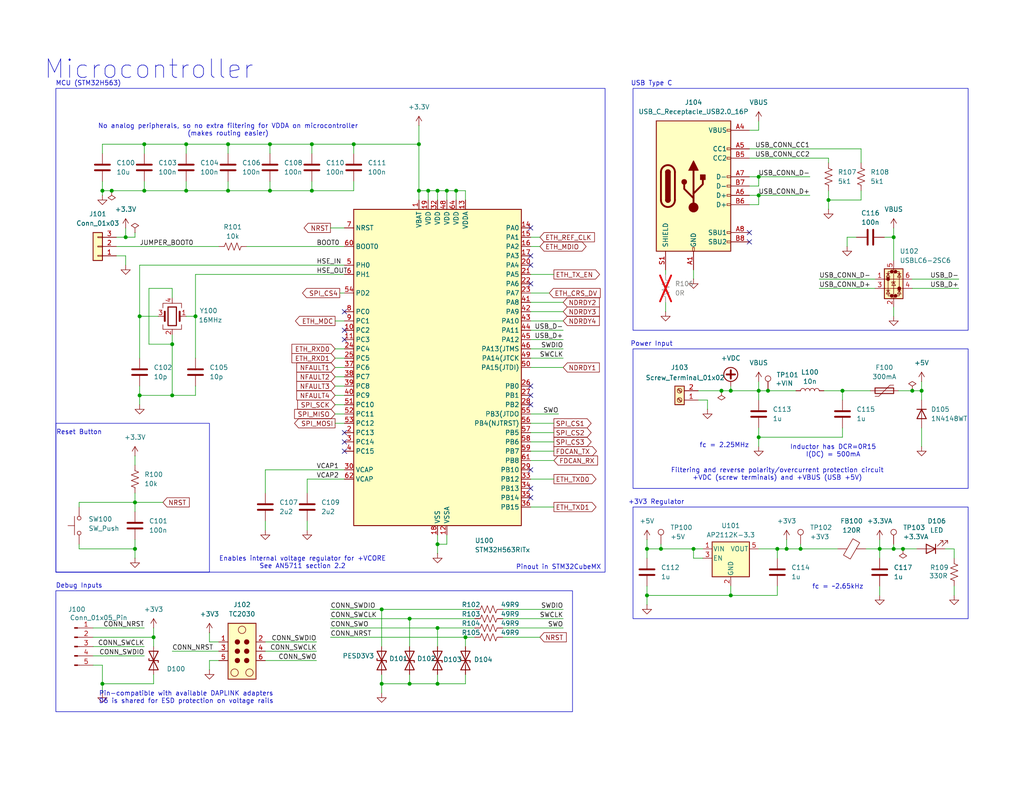
<source format=kicad_sch>
(kicad_sch (version 20250114) (generator "eeschema") (generator_version "9.0")
  (paper "USLetter")
  (title_block (title "Thermocouple Board") (date "2025-10-07") (rev "1A") (company "Aggie Propulsion and Rocketry Lab") (comment 1 "Drawn by: Nolan Poe") (comment 2 "Checked by: Daniel Fan"))
  (rectangle (start 172.72 138.43) (end 264.16 168.91))
  (rectangle (start 172.72 95.25) (end 264.16 133.35))
  (rectangle (start 172.72 24.13) (end 264.16 90.17))
  (rectangle (start 15.24 24.13) (end 165.1 156.21))
  (rectangle (start 15.24 161.29) (end 156.21 194.31))
  (rectangle (start 15.24 115.57) (end 57.15 156.21))
  (text "fc = 2.25MHz" (at 197.612 121.666 0) (effects (font (size 1.27 1.27))))
  (text "Microcontroller" (at 40.64 19.05 0) (effects (font (size 5.08 5.08))))
  (text "Reset Button" (at 21.59 118.11 0) (effects (font (size 1.27 1.27))))
  (text "Debug Inputs" (at 21.59 160.02 0) (effects (font (size 1.27 1.27))))
  (text "Power Input" (at 177.8 93.98 0) (effects (font (size 1.27 1.27))))
  (text "fc = ~2.65kHz" (at 228.6 160.274 0) (effects (font (size 1.27 1.27))))
  (text "Inductor has DCR=0R15\nI(DC) = 500mA" (at 227.33 123.19 0) (effects (font (size 1.27 1.27))))
  (text "+3V3 Regulator" (at 179.07 137.16 0) (effects (font (size 1.27 1.27))))
  (text "Pinout in STM32CubeMX" (at 152.4 154.94 0) (effects (font (size 1.27 1.27))))
  (text "Pin-compatible with available DAPLINK adapters\nD6 is shared for ESD protection on voltage rails" (at 50.8 190.5 0) (effects (font (size 1.27 1.27))))
  (text "Enables internal voltage regulator for +VCORE\nSee AN5711 section 2.2" (at 82.55 153.67 0) (effects (font (size 1.27 1.27))))
  (text "No analog peripherals, so no extra filtering for VDDA on microcontroller\n(makes routing easier)" (at 62.23 35.56 0) (effects (font (size 1.27 1.27))))
  (text "Filtering and reverse polarity/overcurrent protection circuit\n+VDC (screw terminals) and +VBUS (USB +5V)" (at 212.09 129.54 0) (effects (font (size 1.27 1.27))))
  (text "USB Type C" (at 177.8 22.86 0) (effects (font (size 1.27 1.27))))
  (text "MCU (STM32H563)" (at 24.13 22.86 0) (effects (font (size 1.27 1.27))))
  (junction (at 199.39 106.68))
  (junction (at 104.14 166.37))
  (junction (at 124.46 52.07))
  (junction (at 41.91 173.99))
  (junction (at 207.01 106.68))
  (junction (at 116.84 52.07))
  (junction (at 246.38 149.86))
  (junction (at 212.09 149.86))
  (junction (at 127 173.99))
  (junction (at 36.83 137.16))
  (junction (at 114.3 39.37))
  (junction (at 85.09 52.07))
  (junction (at 243.84 64.77))
  (junction (at 50.8 39.37))
  (junction (at 176.53 162.56))
  (junction (at 209.55 106.68))
  (junction (at 38.1 107.95))
  (junction (at 119.38 171.45))
  (junction (at 251.46 106.68))
  (junction (at 39.37 52.07))
  (junction (at 243.84 149.86))
  (junction (at 27.94 52.07))
  (junction (at 218.44 149.86))
  (junction (at 226.06 54.61))
  (junction (at 96.52 39.37))
  (junction (at 36.83 149.86))
  (junction (at 248.92 106.68))
  (junction (at 229.87 106.68))
  (junction (at 119.38 52.07))
  (junction (at 180.34 149.86))
  (junction (at 176.53 149.86))
  (junction (at 121.92 52.07))
  (junction (at 240.03 149.86))
  (junction (at 46.99 107.95))
  (junction (at 104.14 186.69))
  (junction (at 30.48 52.07))
  (junction (at 38.1 86.36))
  (junction (at 199.39 162.56))
  (junction (at 119.38 148.59))
  (junction (at 27.94 186.69))
  (junction (at 207.01 119.38))
  (junction (at 85.09 39.37))
  (junction (at 207.01 48.26))
  (junction (at 111.76 168.91))
  (junction (at 46.99 93.98))
  (junction (at 39.37 39.37))
  (junction (at 62.23 52.07))
  (junction (at 62.23 39.37))
  (junction (at 114.3 52.07))
  (junction (at 50.8 52.07))
  (junction (at 73.66 52.07))
  (junction (at 111.76 186.69))
  (junction (at 119.38 186.69))
  (junction (at 196.85 106.68))
  (junction (at 73.66 39.37))
  (junction (at 207.01 53.34))
  (junction (at 34.29 64.77))
  (junction (at 189.23 149.86))
  (junction (at 214.63 149.86))
  (junction (at 53.34 86.36))
  (no_connect (at 204.47 63.5))
  (no_connect (at 204.47 66.04))
  (no_connect (at 144.78 110.49))
  (no_connect (at 93.98 118.11))
  (no_connect (at 144.78 62.23))
  (no_connect (at 93.98 90.17))
  (no_connect (at 93.98 92.71))
  (no_connect (at 144.78 69.85))
  (no_connect (at 144.78 135.89))
  (no_connect (at 144.78 133.35))
  (no_connect (at 93.98 123.19))
  (no_connect (at 144.78 77.47))
  (no_connect (at 144.78 72.39))
  (no_connect (at 144.78 107.95))
  (no_connect (at 144.78 105.41))
  (no_connect (at 144.78 128.27))
  (no_connect (at 93.98 85.09))
  (no_connect (at 93.98 120.65))
  (wire (pts (xy 38.1 107.95) (xy 46.99 107.95)))
  (wire (pts (xy 248.92 76.2) (xy 261.62 76.2)))
  (wire (pts (xy 36.83 147.32) (xy 36.83 149.86)))
  (wire (pts (xy 209.55 106.68) (xy 217.17 106.68)))
  (wire (pts (xy 119.38 52.07) (xy 119.38 54.61)))
  (wire (pts (xy 151.13 115.57) (xy 144.78 115.57)))
  (wire (pts (xy 93.98 130.81) (xy 83.82 130.81)))
  (wire (pts (xy 62.23 52.07) (xy 62.23 49.53)))
  (wire (pts (xy 44.45 137.16) (xy 36.83 137.16)))
  (wire (pts (xy 152.4 113.03) (xy 144.78 113.03)))
  (wire (pts (xy 212.09 152.4) (xy 212.09 149.86)))
  (wire (pts (xy 240.03 147.32) (xy 240.03 149.86)))
  (wire (pts (xy 39.37 52.07) (xy 50.8 52.07)))
  (wire (pts (xy 111.76 184.15) (xy 111.76 186.69)))
  (wire (pts (xy 91.44 102.87) (xy 93.98 102.87)))
  (wire (pts (xy 41.91 173.99) (xy 41.91 176.53)))
  (wire (pts (xy 226.06 43.18) (xy 226.06 44.45)))
  (wire (pts (xy 41.91 171.45) (xy 41.91 173.99)))
  (wire (pts (xy 190.5 109.22) (xy 193.04 109.22)))
  (wire (pts (xy 119.38 148.59) (xy 119.38 146.05)))
  (wire (pts (xy 40.64 93.98) (xy 46.99 93.98)))
  (wire (pts (xy 204.47 48.26) (xy 207.01 48.26)))
  (wire (pts (xy 72.39 144.78) (xy 72.39 142.24)))
  (wire (pts (xy 260.35 160.02) (xy 260.35 162.56)))
  (wire (pts (xy 38.1 105.41) (xy 38.1 107.95)))
  (wire (pts (xy 38.1 86.36) (xy 38.1 72.39)))
  (wire (pts (xy 91.44 97.79) (xy 93.98 97.79)))
  (wire (pts (xy 41.91 186.69) (xy 41.91 184.15)))
  (wire (pts (xy 27.94 49.53) (xy 27.94 52.07)))
  (wire (pts (xy 53.34 86.36) (xy 53.34 97.79)))
  (wire (pts (xy 218.44 149.86) (xy 214.63 149.86)))
  (wire (pts (xy 73.66 39.37) (xy 73.66 41.91)))
  (wire (pts (xy 176.53 149.86) (xy 180.34 149.86)))
  (wire (pts (xy 124.46 52.07) (xy 124.46 54.61)))
  (wire (pts (xy 46.99 93.98) (xy 46.99 91.44)))
  (wire (pts (xy 72.39 180.34) (xy 86.36 180.34)))
  (wire (pts (xy 40.64 78.74) (xy 40.64 93.98)))
  (wire (pts (xy 199.39 106.68) (xy 199.39 105.41)))
  (wire (pts (xy 151.13 125.73) (xy 144.78 125.73)))
  (wire (pts (xy 96.52 39.37) (xy 114.3 39.37)))
  (wire (pts (xy 214.63 147.32) (xy 214.63 149.86)))
  (wire (pts (xy 104.14 186.69) (xy 104.14 184.15)))
  (wire (pts (xy 27.94 189.23) (xy 27.94 186.69)))
  (wire (pts (xy 50.8 52.07) (xy 50.8 49.53)))
  (wire (pts (xy 38.1 110.49) (xy 38.1 107.95)))
  (wire (pts (xy 27.94 39.37) (xy 39.37 39.37)))
  (wire (pts (xy 226.06 52.07) (xy 226.06 54.61)))
  (wire (pts (xy 180.34 148.59) (xy 180.34 149.86)))
  (wire (pts (xy 46.99 93.98) (xy 46.99 107.95)))
  (wire (pts (xy 199.39 162.56) (xy 212.09 162.56)))
  (wire (pts (xy 218.44 149.86) (xy 228.6 149.86)))
  (wire (pts (xy 85.09 39.37) (xy 85.09 41.91)))
  (wire (pts (xy 248.92 78.74) (xy 261.62 78.74)))
  (wire (pts (xy 34.29 72.39) (xy 34.29 69.85)))
  (wire (pts (xy 114.3 39.37) (xy 114.3 52.07)))
  (wire (pts (xy 21.59 149.86) (xy 36.83 149.86)))
  (wire (pts (xy 234.95 40.64) (xy 234.95 44.45)))
  (wire (pts (xy 151.13 130.81) (xy 144.78 130.81)))
  (wire (pts (xy 251.46 106.68) (xy 251.46 104.14)))
  (wire (pts (xy 27.94 186.69) (xy 41.91 186.69)))
  (wire (pts (xy 91.44 110.49) (xy 93.98 110.49)))
  (wire (pts (xy 57.15 180.34) (xy 59.69 180.34)))
  (wire (pts (xy 72.39 177.8) (xy 86.36 177.8)))
  (wire (pts (xy 180.34 149.86) (xy 189.23 149.86)))
  (wire (pts (xy 207.01 33.02) (xy 207.01 35.56)))
  (wire (pts (xy 144.78 92.71) (xy 153.67 92.71)))
  (wire (pts (xy 27.94 181.61) (xy 27.94 186.69)))
  (wire (pts (xy 67.31 67.31) (xy 93.98 67.31)))
  (wire (pts (xy 241.3 64.77) (xy 243.84 64.77)))
  (wire (pts (xy 124.46 52.07) (xy 121.92 52.07)))
  (wire (pts (xy 204.47 53.34) (xy 207.01 53.34)))
  (wire (pts (xy 127 54.61) (xy 127 52.07)))
  (wire (pts (xy 151.13 120.65) (xy 144.78 120.65)))
  (wire (pts (xy 207.01 119.38) (xy 229.87 119.38)))
  (wire (pts (xy 27.94 39.37) (xy 27.94 41.91)))
  (wire (pts (xy 111.76 186.69) (xy 119.38 186.69)))
  (wire (pts (xy 39.37 52.07) (xy 39.37 49.53)))
  (wire (pts (xy 226.06 54.61) (xy 226.06 57.15)))
  (wire (pts (xy 114.3 52.07) (xy 114.3 54.61)))
  (wire (pts (xy 243.84 62.23) (xy 243.84 64.77)))
  (wire (pts (xy 243.84 149.86) (xy 243.84 148.59)))
  (wire (pts (xy 127 173.99) (xy 127 176.53)))
  (wire (pts (xy 119.38 151.13) (xy 119.38 148.59)))
  (wire (pts (xy 72.39 128.27) (xy 72.39 134.62)))
  (wire (pts (xy 214.63 149.86) (xy 212.09 149.86)))
  (wire (pts (xy 50.8 39.37) (xy 62.23 39.37)))
  (wire (pts (xy 34.29 64.77) (xy 34.29 62.23)))
  (wire (pts (xy 50.8 39.37) (xy 50.8 41.91)))
  (wire (pts (xy 85.09 52.07) (xy 85.09 49.53)))
  (wire (pts (xy 176.53 165.1) (xy 176.53 162.56)))
  (wire (pts (xy 57.15 175.26) (xy 59.69 175.26)))
  (wire (pts (xy 27.94 52.07) (xy 30.48 52.07)))
  (wire (pts (xy 240.03 162.56) (xy 240.03 160.02)))
  (wire (pts (xy 50.8 52.07) (xy 62.23 52.07)))
  (wire (pts (xy 151.13 118.11) (xy 144.78 118.11)))
  (wire (pts (xy 92.71 80.01) (xy 93.98 80.01)))
  (wire (pts (xy 243.84 64.77) (xy 243.84 71.12)))
  (wire (pts (xy 245.11 106.68) (xy 248.92 106.68)))
  (wire (pts (xy 121.92 52.07) (xy 121.92 54.61)))
  (wire (pts (xy 144.78 85.09) (xy 153.67 85.09)))
  (wire (pts (xy 189.23 152.4) (xy 189.23 149.86)))
  (wire (pts (xy 39.37 41.91) (xy 39.37 39.37)))
  (wire (pts (xy 240.03 149.86) (xy 236.22 149.86)))
  (wire (pts (xy 53.34 74.93) (xy 53.34 86.36)))
  (wire (pts (xy 39.37 39.37) (xy 50.8 39.37)))
  (wire (pts (xy 243.84 149.86) (xy 246.38 149.86)))
  (wire (pts (xy 237.49 106.68) (xy 229.87 106.68)))
  (wire (pts (xy 207.01 55.88) (xy 207.01 53.34)))
  (wire (pts (xy 127 52.07) (xy 124.46 52.07)))
  (wire (pts (xy 62.23 52.07) (xy 73.66 52.07)))
  (wire (pts (xy 193.04 111.76) (xy 193.04 109.22)))
  (wire (pts (xy 90.17 173.99) (xy 127 173.99)))
  (wire (pts (xy 116.84 52.07) (xy 114.3 52.07)))
  (wire (pts (xy 31.75 64.77) (xy 34.29 64.77)))
  (wire (pts (xy 91.44 100.33) (xy 93.98 100.33)))
  (wire (pts (xy 36.83 134.62) (xy 36.83 137.16)))
  (wire (pts (xy 181.61 74.93) (xy 181.61 73.66)))
  (wire (pts (xy 72.39 175.26) (xy 86.36 175.26)))
  (wire (pts (xy 251.46 106.68) (xy 251.46 109.22)))
  (wire (pts (xy 36.83 149.86) (xy 36.83 152.4)))
  (wire (pts (xy 207.01 50.8) (xy 207.01 48.26)))
  (wire (pts (xy 196.85 106.68) (xy 199.39 106.68)))
  (wire (pts (xy 121.92 148.59) (xy 119.38 148.59)))
  (wire (pts (xy 144.78 87.63) (xy 153.67 87.63)))
  (wire (pts (xy 91.44 87.63) (xy 93.98 87.63)))
  (wire (pts (xy 91.44 113.03) (xy 93.98 113.03)))
  (wire (pts (xy 46.99 78.74) (xy 40.64 78.74)))
  (wire (pts (xy 251.46 121.92) (xy 251.46 116.84)))
  (wire (pts (xy 137.16 173.99) (xy 147.32 173.99)))
  (wire (pts (xy 91.44 95.25) (xy 93.98 95.25)))
  (wire (pts (xy 243.84 83.82) (xy 243.84 86.36)))
  (wire (pts (xy 153.67 97.79) (xy 144.78 97.79)))
  (wire (pts (xy 212.09 162.56) (xy 212.09 160.02)))
  (wire (pts (xy 127 184.15) (xy 127 186.69)))
  (wire (pts (xy 260.35 149.86) (xy 257.81 149.86)))
  (wire (pts (xy 119.38 186.69) (xy 127 186.69)))
  (wire (pts (xy 85.09 52.07) (xy 96.52 52.07)))
  (wire (pts (xy 21.59 148.59) (xy 21.59 149.86)))
  (wire (pts (xy 223.52 78.74) (xy 238.76 78.74)))
  (wire (pts (xy 231.14 64.77) (xy 231.14 67.31)))
  (wire (pts (xy 46.99 177.8) (xy 59.69 177.8)))
  (wire (pts (xy 144.78 90.17) (xy 153.67 90.17)))
  (wire (pts (xy 207.01 106.68) (xy 207.01 104.14)))
  (wire (pts (xy 62.23 39.37) (xy 62.23 41.91)))
  (wire (pts (xy 207.01 53.34) (xy 220.98 53.34)))
  (wire (pts (xy 119.38 184.15) (xy 119.38 186.69)))
  (wire (pts (xy 121.92 52.07) (xy 119.38 52.07)))
  (wire (pts (xy 73.66 52.07) (xy 73.66 49.53)))
  (wire (pts (xy 73.66 52.07) (xy 85.09 52.07)))
  (wire (pts (xy 240.03 149.86) (xy 243.84 149.86)))
  (wire (pts (xy 25.4 176.53) (xy 39.37 176.53)))
  (wire (pts (xy 111.76 168.91) (xy 129.54 168.91)))
  (wire (pts (xy 229.87 109.22) (xy 229.87 106.68)))
  (wire (pts (xy 246.38 149.86) (xy 250.19 149.86)))
  (wire (pts (xy 149.86 80.01) (xy 144.78 80.01)))
  (wire (pts (xy 190.5 106.68) (xy 196.85 106.68)))
  (wire (pts (xy 199.39 162.56) (xy 199.39 160.02)))
  (wire (pts (xy 191.77 152.4) (xy 189.23 152.4)))
  (wire (pts (xy 207.01 149.86) (xy 212.09 149.86)))
  (wire (pts (xy 31.75 67.31) (xy 59.69 67.31)))
  (wire (pts (xy 83.82 144.78) (xy 83.82 142.24)))
  (wire (pts (xy 91.44 105.41) (xy 93.98 105.41)))
  (wire (pts (xy 189.23 73.66) (xy 189.23 76.2)))
  (wire (pts (xy 62.23 39.37) (xy 73.66 39.37)))
  (wire (pts (xy 176.53 162.56) (xy 176.53 160.02)))
  (wire (pts (xy 25.4 173.99) (xy 41.91 173.99)))
  (wire (pts (xy 104.14 186.69) (xy 111.76 186.69)))
  (wire (pts (xy 53.34 74.93) (xy 93.98 74.93)))
  (wire (pts (xy 21.59 138.43) (xy 21.59 137.16)))
  (wire (pts (xy 36.83 139.7) (xy 36.83 137.16)))
  (wire (pts (xy 116.84 54.61) (xy 116.84 52.07)))
  (wire (pts (xy 204.47 35.56) (xy 207.01 35.56)))
  (wire (pts (xy 207.01 121.92) (xy 207.01 119.38)))
  (wire (pts (xy 96.52 39.37) (xy 96.52 41.91)))
  (wire (pts (xy 181.61 82.55) (xy 181.61 85.09)))
  (wire (pts (xy 38.1 72.39) (xy 93.98 72.39)))
  (wire (pts (xy 147.32 67.31) (xy 144.78 67.31)))
  (wire (pts (xy 57.15 172.72) (xy 57.15 175.26)))
  (wire (pts (xy 104.14 189.23) (xy 104.14 186.69)))
  (wire (pts (xy 36.83 64.77) (xy 34.29 64.77)))
  (wire (pts (xy 121.92 146.05) (xy 121.92 148.59)))
  (wire (pts (xy 25.4 171.45) (xy 39.37 171.45)))
  (wire (pts (xy 248.92 106.68) (xy 251.46 106.68)))
  (wire (pts (xy 73.66 39.37) (xy 85.09 39.37)))
  (wire (pts (xy 34.29 69.85) (xy 31.75 69.85)))
  (wire (pts (xy 260.35 152.4) (xy 260.35 149.86)))
  (wire (pts (xy 30.48 52.07) (xy 39.37 52.07)))
  (wire (pts (xy 151.13 138.43) (xy 144.78 138.43)))
  (wire (pts (xy 147.32 64.77) (xy 144.78 64.77)))
  (wire (pts (xy 137.16 166.37) (xy 153.67 166.37)))
  (wire (pts (xy 151.13 74.93) (xy 144.78 74.93)))
  (wire (pts (xy 153.67 95.25) (xy 144.78 95.25)))
  (wire (pts (xy 38.1 86.36) (xy 38.1 97.79)))
  (wire (pts (xy 119.38 176.53) (xy 119.38 171.45)))
  (wire (pts (xy 83.82 130.81) (xy 83.82 134.62)))
  (wire (pts (xy 144.78 82.55) (xy 153.67 82.55)))
  (wire (pts (xy 207.01 109.22) (xy 207.01 106.68)))
  (wire (pts (xy 229.87 119.38) (xy 229.87 116.84)))
  (wire (pts (xy 229.87 106.68) (xy 224.79 106.68)))
  (wire (pts (xy 90.17 171.45) (xy 119.38 171.45)))
  (wire (pts (xy 207.01 116.84) (xy 207.01 119.38)))
  (wire (pts (xy 46.99 81.28) (xy 46.99 78.74)))
  (wire (pts (xy 231.14 64.77) (xy 233.68 64.77)))
  (wire (pts (xy 90.17 168.91) (xy 111.76 168.91)))
  (wire (pts (xy 36.83 124.46) (xy 36.83 127)))
  (wire (pts (xy 176.53 162.56) (xy 199.39 162.56)))
  (wire (pts (xy 153.67 100.33) (xy 144.78 100.33)))
  (wire (pts (xy 27.94 53.34) (xy 27.94 52.07)))
  (wire (pts (xy 50.8 86.36) (xy 53.34 86.36)))
  (wire (pts (xy 240.03 152.4) (xy 240.03 149.86)))
  (wire (pts (xy 90.17 166.37) (xy 104.14 166.37)))
  (wire (pts (xy 96.52 52.07) (xy 96.52 49.53)))
  (wire (pts (xy 57.15 182.88) (xy 57.15 180.34)))
  (wire (pts (xy 36.83 63.5) (xy 36.83 64.77)))
  (wire (pts (xy 72.39 128.27) (xy 93.98 128.27)))
  (wire (pts (xy 119.38 171.45) (xy 129.54 171.45)))
  (wire (pts (xy 104.14 166.37) (xy 129.54 166.37)))
  (wire (pts (xy 189.23 149.86) (xy 191.77 149.86)))
  (wire (pts (xy 85.09 39.37) (xy 96.52 39.37)))
  (wire (pts (xy 204.47 40.64) (xy 234.95 40.64)))
  (wire (pts (xy 137.16 168.91) (xy 153.67 168.91)))
  (wire (pts (xy 27.94 181.61) (xy 25.4 181.61)))
  (wire (pts (xy 104.14 176.53) (xy 104.14 166.37)))
  (wire (pts (xy 207.01 48.26) (xy 220.98 48.26)))
  (wire (pts (xy 204.47 55.88) (xy 207.01 55.88)))
  (wire (pts (xy 199.39 106.68) (xy 207.01 106.68)))
  (wire (pts (xy 43.18 86.36) (xy 38.1 86.36)))
  (wire (pts (xy 127 173.99) (xy 129.54 173.99)))
  (wire (pts (xy 223.52 76.2) (xy 238.76 76.2)))
  (wire (pts (xy 176.53 149.86) (xy 176.53 152.4)))
  (wire (pts (xy 176.53 149.86) (xy 176.53 147.32)))
  (wire (pts (xy 207.01 106.68) (xy 209.55 106.68)))
  (wire (pts (xy 114.3 39.37) (xy 114.3 34.29)))
  (wire (pts (xy 204.47 43.18) (xy 226.06 43.18)))
  (wire (pts (xy 91.44 107.95) (xy 93.98 107.95)))
  (wire (pts (xy 226.06 54.61) (xy 234.95 54.61)))
  (wire (pts (xy 137.16 171.45) (xy 153.67 171.45)))
  (wire (pts (xy 204.47 50.8) (xy 207.01 50.8)))
  (wire (pts (xy 25.4 179.07) (xy 39.37 179.07)))
  (wire (pts (xy 21.59 137.16) (xy 36.83 137.16)))
  (wire (pts (xy 119.38 52.07) (xy 116.84 52.07)))
  (wire (pts (xy 111.76 176.53) (xy 111.76 168.91)))
  (wire (pts (xy 151.13 123.19) (xy 144.78 123.19)))
  (wire (pts (xy 234.95 54.61) (xy 234.95 52.07)))
  (wire (pts (xy 53.34 107.95) (xy 53.34 105.41)))
  (wire (pts (xy 218.44 148.59) (xy 218.44 149.86)))
  (wire (pts (xy 91.44 115.57) (xy 93.98 115.57)))
  (wire (pts (xy 46.99 107.95) (xy 53.34 107.95)))
  (wire (pts (xy 90.17 62.23) (xy 93.98 62.23)))
  (label "CONN_SWCLK" (at 90.17 168.91 0))
  (label "SWCLK" (at 153.67 97.79 180))
  (label "SWDIO" (at 153.67 95.25 180))
  (label "VCAP2" (at 86.36 130.81 0))
  (label "CONN_SWDIO" (at 86.36 175.26 180))
  (label "CONN_SWCLK" (at 86.36 177.8 180))
  (label "USB_D-" (at 261.62 76.2 180))
  (label "CONN_NRST" (at 46.99 177.8 0))
  (label "USB_CONN_D-" (at 223.52 76.2 0))
  (label "USB_CONN_D-" (at 220.98 48.26 180))
  (label "USB_D-" (at 153.67 90.17 180))
  (label "SWCLK" (at 153.67 168.91 180))
  (label "USB_D+" (at 261.62 78.74 180))
  (label "USB_CONN_CC1" (at 220.98 40.64 180))
  (label "CONN_NRST" (at 39.37 171.45 180))
  (label "USB_CONN_D+" (at 223.52 78.74 0))
  (label "CONN_SWO" (at 86.36 180.34 180))
  (label "CONN_SWCLK" (at 39.37 176.53 180))
  (label "SWO" (at 153.67 171.45 180))
  (label "USB_CONN_D+" (at 220.98 53.34 180))
  (label "BOOT0" (at 86.36 67.31 0))
  (label "USB_D+" (at 153.67 92.71 180))
  (label "HSE_IN" (at 86.36 72.39 0))
  (label "SWO" (at 152.4 113.03 180))
  (label "SWDIO" (at 153.67 166.37 180))
  (label "HSE_OUT" (at 86.36 74.93 0))
  (label "CONN_SWO" (at 90.17 171.45 0))
  (label "CONN_SWDIO" (at 39.37 179.07 180))
  (label "VCAP1" (at 86.36 128.27 0))
  (label "USB_CONN_CC2" (at 220.98 43.18 180))
  (label "JUMPER_BOOT0" (at 38.1 67.31 0))
  (label "CONN_NRST" (at 90.17 173.99 0))
  (label "CONN_SWDIO" (at 90.17 166.37 0))
  (global_label "SPI_CS1" (shape output) (at 151.13 115.57 0) (property "Intersheetrefs" "${INTERSHEET_REFS}" (effects (hide yes))))
  (global_label "ETH_TXD1" (shape output) (at 151.13 138.43 0) (property "Intersheetrefs" "${INTERSHEET_REFS}" (effects (hide yes))))
  (global_label "NFAULT1" (shape input) (at 91.44 100.33 180) (property "Intersheetrefs" "${INTERSHEET_REFS}" (effects (hide yes))))
  (global_label "ETH_TXD0" (shape output) (at 151.13 130.81 0) (property "Intersheetrefs" "${INTERSHEET_REFS}" (effects (hide yes))))
  (global_label "NFAULT2" (shape input) (at 91.44 102.87 180) (property "Intersheetrefs" "${INTERSHEET_REFS}" (effects (hide yes))))
  (global_label "SPI_SCK" (shape input) (at 91.44 110.49 180) (property "Intersheetrefs" "${INTERSHEET_REFS}" (effects (hide yes))))
  (global_label "NRST" (shape input) (at 44.45 137.16 0) (property "Intersheetrefs" "${INTERSHEET_REFS}" (effects (hide yes))))
  (global_label "ETH_RXD0" (shape input) (at 91.44 95.25 180) (property "Intersheetrefs" "${INTERSHEET_REFS}" (effects (hide yes))))
  (global_label "ETH_MDC" (shape output) (at 91.44 87.63 180) (property "Intersheetrefs" "${INTERSHEET_REFS}" (effects (hide yes))))
  (global_label "NFAULT3" (shape input) (at 91.44 105.41 180) (property "Intersheetrefs" "${INTERSHEET_REFS}" (effects (hide yes))))
  (global_label "SPI_MISO" (shape input) (at 91.44 113.03 180) (property "Intersheetrefs" "${INTERSHEET_REFS}" (effects (hide yes))))
  (global_label "NDRDY4" (shape input) (at 153.67 87.63 0) (property "Intersheetrefs" "${INTERSHEET_REFS}" (effects (hide yes))))
  (global_label "ETH_TX_EN" (shape output) (at 151.13 74.93 0) (property "Intersheetrefs" "${INTERSHEET_REFS}" (effects (hide yes))))
  (global_label "FDCAN_RX" (shape input) (at 151.13 125.73 0) (property "Intersheetrefs" "${INTERSHEET_REFS}" (effects (hide yes))))
  (global_label "NRST" (shape input) (at 147.32 173.99 0) (property "Intersheetrefs" "${INTERSHEET_REFS}" (effects (hide yes))))
  (global_label "SPI_CS4" (shape output) (at 92.71 80.01 180) (property "Intersheetrefs" "${INTERSHEET_REFS}" (effects (hide yes))))
  (global_label "SPI_CS3" (shape output) (at 151.13 120.65 0) (property "Intersheetrefs" "${INTERSHEET_REFS}" (effects (hide yes))))
  (global_label "ETH_MDIO" (shape bidirectional) (at 147.32 67.31 0) (property "Intersheetrefs" "${INTERSHEET_REFS}" (effects (hide yes))))
  (global_label "NDRDY3" (shape input) (at 153.67 85.09 0) (property "Intersheetrefs" "${INTERSHEET_REFS}" (effects (hide yes))))
  (global_label "SPI_MOSI" (shape output) (at 91.44 115.57 180) (property "Intersheetrefs" "${INTERSHEET_REFS}" (effects (hide yes))))
  (global_label "NDRDY2" (shape input) (at 153.67 82.55 0) (property "Intersheetrefs" "${INTERSHEET_REFS}" (effects (hide yes))))
  (global_label "FDCAN_TX" (shape output) (at 151.13 123.19 0) (property "Intersheetrefs" "${INTERSHEET_REFS}" (effects (hide yes))))
  (global_label "NFAULT4" (shape input) (at 91.44 107.95 180) (property "Intersheetrefs" "${INTERSHEET_REFS}" (effects (hide yes))))
  (global_label "NDRDY1" (shape input) (at 153.67 100.33 0) (property "Intersheetrefs" "${INTERSHEET_REFS}" (effects (hide yes))))
  (global_label "NRST" (shape output) (at 90.17 62.23 180) (property "Intersheetrefs" "${INTERSHEET_REFS}" (effects (hide yes))))
  (global_label "ETH_REF_CLK" (shape input) (at 147.32 64.77 0) (property "Intersheetrefs" "${INTERSHEET_REFS}" (effects (hide yes))))
  (global_label "SPI_CS2" (shape output) (at 151.13 118.11 0) (property "Intersheetrefs" "${INTERSHEET_REFS}" (effects (hide yes))))
  (global_label "ETH_RXD1" (shape input) (at 91.44 97.79 180) (property "Intersheetrefs" "${INTERSHEET_REFS}" (effects (hide yes))))
  (global_label "ETH_CRS_DV" (shape input) (at 149.86 80.01 0) (property "Intersheetrefs" "${INTERSHEET_REFS}" (effects (hide yes))))
  (symbol (lib_id "power:GND") (at 34.29 72.39 0) (unit 1)
    (property "Reference" "#PWR0103" (effects (hide yes)))
    (property "Value" "GND" (effects (hide yes)))
    (property "Description" "Power symbol creates a global label with name \"GND\" , ground" (effects (hide yes)))
  )
  (symbol (lib_id "Device:D_TVS") (at 119.38 180.34 90) (unit 1)
    (property "Reference" "D103" (at 120.904 180.086 90) (effects (justify right)))
    (property "Value" "PESD3V3" (effects (hide yes)))
    (property "Footprint" "Diode_SMD:D_SOD-323" (effects (hide yes)))
    (property "Description" "Bidirectional transient-voltage-suppression diode" (effects (hide yes)))
  )
  (symbol (lib_id "power:PWR_FLAG") (at 36.83 63.5 0) (unit 1)
    (property "Reference" "#FLG0102" (effects (hide yes)))
    (property "Value" "PWR_FLAG" (effects (hide yes)))
    (property "Description" "Special symbol for telling ERC where power comes from" (effects (hide yes)))
  )
  (symbol (lib_id "Device:C") (at 50.8 45.72 0) (unit 1)
    (property "Reference" "C104" (at 54.61 44.4499 0) (effects (justify left)))
    (property "Value" "100n" (at 54.61 46.9899 0) (effects (justify left)))
    (property "Footprint" "Capacitor_SMD:C_01005_0402Metric" (effects (hide yes)))
    (property "Description" "Unpolarized capacitor" (effects (hide yes)))
  )
  (symbol (lib_id "Device:C") (at 96.52 45.72 0) (unit 1)
    (property "Reference" "C111" (at 100.33 44.4499 0) (effects (justify left)))
    (property "Value" "100n" (at 100.33 46.9899 0) (effects (justify left)))
    (property "Footprint" "Capacitor_SMD:C_01005_0402Metric" (effects (hide yes)))
    (property "Description" "Unpolarized capacitor" (effects (hide yes)))
  )
  (symbol (lib_id "power:GND") (at 193.04 111.76 0) (unit 1)
    (property "Reference" "#PWR0119" (effects (hide yes)))
    (property "Value" "GND" (effects (hide yes)))
    (property "Description" "Power symbol creates a global label with name \"GND\" , ground" (effects (hide yes)))
  )
  (symbol (lib_id "Device:LED") (at 254 149.86 180) (unit 1)
    (property "Reference" "D106" (at 255.5875 142.24 0))
    (property "Value" "LED" (at 255.5875 144.78 0))
    (property "Footprint" "Capacitor_SMD:C_01005_0402Metric" (effects (hide yes)))
    (property "Description" "Light emitting diode" (effects (hide yes)))
    (property "Sim.Pins" "1=K 2=A" (effects (hide yes)))
  )
  (symbol (lib_id "power:GND") (at 119.38 151.13 0) (unit 1)
    (property "Reference" "#PWR0114" (effects (hide yes)))
    (property "Value" "GND" (effects (hide yes)))
    (property "Description" "Power symbol creates a global label with name \"GND\" , ground" (effects (hide yes)))
  )
  (symbol (lib_id "power:GND") (at 72.39 144.78 0) (unit 1)
    (property "Reference" "#PWR0110" (effects (hide yes)))
    (property "Value" "GND" (effects (hide yes)))
    (property "Description" "Power symbol creates a global label with name \"GND\" , ground" (effects (hide yes)))
  )
  (symbol (lib_id "power:+5V") (at 176.53 147.32 0) (unit 1)
    (property "Reference" "#PWR0115" (effects (hide yes)))
    (property "Value" "+5V" (at 176.53 142.24 0))
    (property "Description" "Power symbol creates a global label with name \"+5V\"" (effects (hide yes)))
  )
  (symbol (lib_id "Device:C") (at 39.37 45.72 0) (unit 1)
    (property "Reference" "C103" (at 43.18 44.4499 0) (effects (justify left)))
    (property "Value" "100n" (at 43.18 46.9899 0) (effects (justify left)))
    (property "Footprint" "Capacitor_SMD:C_01005_0402Metric" (effects (hide yes)))
    (property "Description" "Unpolarized capacitor" (effects (hide yes)))
  )
  (symbol (lib_id "Device:C") (at 38.1 101.6 0) (unit 1)
    (property "Reference" "C102" (at 41.91 100.3299 0) (effects (justify left)))
    (property "Value" "10p" (at 41.91 102.8699 0) (effects (justify left)))
    (property "Footprint" "Capacitor_SMD:C_01005_0402Metric" (effects (hide yes)))
    (property "Description" "Unpolarized capacitor" (effects (hide yes)))
  )
  (symbol (lib_id "power:+5V") (at 251.46 104.14 0) (unit 1)
    (property "Reference" "#PWR0131" (effects (hide yes)))
    (property "Value" "+5V" (at 251.46 99.06 0))
    (property "Description" "Power symbol creates a global label with name \"+5V\"" (effects (hide yes)))
  )
  (symbol (lib_id "power:+VDC") (at 199.39 105.41 0) (unit 1)
    (property "Reference" "#PWR0120" (effects (hide yes)))
    (property "Value" "+VDC" (at 199.39 97.79 0))
    (property "Description" "Power symbol creates a global label with name \"+VDC\"" (effects (hide yes)))
  )
  (symbol (lib_id "power:GND") (at 104.14 189.23 0) (unit 1)
    (property "Reference" "#PWR0112" (effects (hide yes)))
    (property "Value" "GND" (effects (hide yes)))
    (property "Description" "Power symbol creates a global label with name \"GND\" , ground" (effects (hide yes)))
  )
  (symbol (lib_id "Device:D_TVS") (at 41.91 180.34 90) (unit 1)
    (property "Reference" "D100" (at 45.466 182.626 90) (effects (justify right)))
    (property "Value" "PESD3V3" (effects (hide yes)))
    (property "Footprint" "Diode_SMD:D_SOD-323" (effects (hide yes)))
    (property "Description" "Bidirectional transient-voltage-suppression diode" (effects (hide yes)))
  )
  (symbol (lib_id "power:GND") (at 57.15 182.88 0) (unit 1)
    (property "Reference" "#PWR0109" (effects (hide yes)))
    (property "Value" "GND" (effects (hide yes)))
    (property "Description" "Power symbol creates a global label with name \"GND\" , ground" (effects (hide yes)))
  )
  (symbol (lib_id "power:VBUS") (at 243.84 62.23 0) (unit 1)
    (property "Reference" "#PWR0129" (effects (hide yes)))
    (property "Value" "VBUS" (at 243.84 57.15 0))
    (property "Description" "Power symbol creates a global label with name \"VBUS\"" (effects (hide yes)))
  )
  (symbol (lib_id "Device:C") (at 85.09 45.72 0) (unit 1)
    (property "Reference" "C110" (at 88.9 44.4499 0) (effects (justify left)))
    (property "Value" "100n" (at 88.9 46.9899 0) (effects (justify left)))
    (property "Footprint" "Capacitor_SMD:C_01005_0402Metric" (effects (hide yes)))
    (property "Description" "Unpolarized capacitor" (effects (hide yes)))
  )
  (symbol (lib_id "power:VBUS") (at 207.01 104.14 0) (unit 1)
    (property "Reference" "#PWR0122" (effects (hide yes)))
    (property "Value" "VBUS" (at 207.01 99.06 0))
    (property "Description" "Power symbol creates a global label with name \"VBUS\"" (effects (hide yes)))
  )
  (symbol (lib_id "Connector:USB_C_Receptacle_USB2.0_16P") (at 189.23 50.8 0) (unit 1)
    (property "Reference" "J104" (at 189.23 27.94 0))
    (property "Value" "USB_C_Receptacle_USB2.0_16P" (at 189.23 30.48 0))
    (property "Footprint" "Connector_USB:USB_C_Receptacle_HRO_TYPE-C-31-M-12" (effects (hide yes)))
    (property "Datasheet" "https://www.usb.org/sites/default/files/documents/usb_type-c.zip" (effects (hide yes)))
    (property "Description" "USB 2.0-only 16P Type-C Receptacle connector" (effects (hide yes)))
  )
  (symbol (lib_id "power:+3V3") (at 57.15 172.72 0) (unit 1)
    (property "Reference" "#PWR0108" (effects (hide yes)))
    (property "Value" "+3V3" (at 57.15 167.64 0))
    (property "Description" "Power symbol creates a global label with name \"+3V3\"" (effects (hide yes)))
  )
  (symbol (lib_id "power:GND") (at 240.03 162.56 0) (unit 1)
    (property "Reference" "#PWR0128" (effects (hide yes)))
    (property "Value" "GND" (effects (hide yes)))
    (property "Description" "Power symbol creates a global label with name \"GND\" , ground" (effects (hide yes)))
  )
  (symbol (lib_id "Switch:SW_Push") (at 21.59 143.51 90) (unit 1)
    (property "Reference" "SW100" (at 24.13 141.732 90) (effects (justify right)))
    (property "Value" "SW_Push" (at 24.13 144.272 90) (effects (justify right)))
    (property "Footprint" "Button_Switch_SMD:SW_SPST_B3S-1000" (effects (hide yes)))
    (property "Description" "Push button switch, generic, two pins" (effects (hide yes)))
  )
  (symbol (lib_id "MCU_ST_STM32H5:STM32H563RITx") (at 119.38 100.33 0) (unit 1)
    (property "Reference" "U100" (at 129.54 147.574 0) (effects (justify left)))
    (property "Value" "STM32H563RITx" (at 129.54 150.114 0) (effects (justify left)))
    (property "Footprint" "Package_QFP:LQFP-64_10x10mm_P0.5mm" (effects (hide yes)))
    (property "Datasheet" "https://www.st.com/resource/en/datasheet/stm32h563ri.pdf" (effects (hide yes)))
    (property "Description" "STMicroelectronics Arm Cortex-M33 MCU, 2048KB flash, 640KB RAM, 250 MHz, 1.62-3.6V, 49 GPIO, LQFP64" (effects (hide yes)))
  )
  (symbol (lib_id "Device:C") (at 212.09 156.21 0) (unit 1)
    (property "Reference" "C114" (at 215.9 154.9399 0) (effects (justify left)))
    (property "Value" "1u" (at 215.9 157.4799 0) (effects (justify left)))
    (property "Footprint" "Capacitor_SMD:C_0201_0603Metric" (effects (hide yes)))
    (property "Description" "Unpolarized capacitor" (effects (hide yes)))
  )
  (symbol (lib_id "Device:Crystal_GND24") (at 46.99 86.36 180) (unit 1)
    (property "Reference" "Y100" (at 56.896 84.836 0))
    (property "Value" "16MHz" (at 57.404 87.376 0))
    (property "Footprint" "Crystal:Crystal_SMD_EuroQuartz_MJ-4Pin_5.0x3.2mm" (effects (hide yes)))
    (property "Description" "Four pin crystal, GND on pins 2 and 4" (effects (hide yes)))
  )
  (symbol (lib_id "Device:R_US") (at 63.5 67.31 90) (unit 1)
    (property "Reference" "R101" (at 63.5 61.976 90))
    (property "Value" "10k" (at 63.5 64.516 90))
    (property "Footprint" "Resistor_SMD:R_01005_0402Metric" (effects (hide yes)))
    (property "Description" "Resistor, US symbol" (effects (hide yes)))
  )
  (symbol (lib_id "Connector:TestPoint") (at 218.44 148.59 0) (unit 1)
    (property "Reference" "TP102" (at 220.98 144.0179 0) (effects (justify left)))
    (property "Value" "+3V3" (at 220.98 146.5579 0) (effects (justify left)))
    (property "Footprint" "TestPoint:TestPoint_Pad_D2.0mm" (effects (hide yes)))
    (property "Description" "test point" (effects (hide yes)))
  )
  (symbol (lib_id "Device:L") (at 220.98 106.68 90) (unit 1)
    (property "Reference" "L100" (at 220.98 101.6 90))
    (property "Value" "10n" (at 220.98 104.14 90))
    (property "Footprint" "Inductor_SMD:L_0201_0603Metric" (effects (hide yes)))
    (property "Description" "Inductor" (effects (hide yes)))
  )
  (symbol (lib_id "power:+3.3V") (at 34.29 62.23 0) (unit 1)
    (property "Reference" "#PWR0102" (effects (hide yes)))
    (property "Value" "+3.3V" (at 34.29 57.15 0))
    (property "Description" "Power symbol creates a global label with name \"+3.3V\"" (effects (hide yes)))
  )
  (symbol (lib_id "power:GND") (at 38.1 110.49 0) (unit 1)
    (property "Reference" "#PWR0106" (effects (hide yes)))
    (property "Value" "GND" (effects (hide yes)))
    (property "Description" "Power symbol creates a global label with name \"GND\" , ground" (effects (hide yes)))
  )
  (symbol (lib_id "Device:C") (at 53.34 101.6 0) (unit 1)
    (property "Reference" "C105" (at 57.15 100.3299 0) (effects (justify left)))
    (property "Value" "10p" (at 57.15 102.8699 0) (effects (justify left)))
    (property "Footprint" "Capacitor_SMD:C_01005_0402Metric" (effects (hide yes)))
    (property "Description" "Unpolarized capacitor" (effects (hide yes)))
  )
  (symbol (lib_id "Device:D_TVS") (at 111.76 180.34 90) (unit 1)
    (property "Reference" "D102" (at 113.792 179.832 90) (effects (justify right)))
    (property "Value" "PESD3V3" (effects (hide yes)))
    (property "Footprint" "Diode_SMD:D_SOD-323" (effects (hide yes)))
    (property "Description" "Bidirectional transient-voltage-suppression diode" (effects (hide yes)))
  )
  (symbol (lib_id "Regulator_Linear:AP2112K-3.3") (at 199.39 152.4 0) (unit 1)
    (property "Reference" "U101" (at 199.39 143.51 0))
    (property "Value" "AP2112K-3.3" (at 199.39 146.05 0))
    (property "Footprint" "Package_TO_SOT_SMD:SOT-23-5" (effects (hide yes)))
    (property "Datasheet" "https://www.diodes.com/assets/Datasheets/AP2112.pdf" (effects (hide yes)))
    (property "Description" "600mA low dropout linear regulator, with enable pin, 3.8V-6V input voltage range, 3.3V fixed positive output, SOT-23-5" (effects (hide yes)))
  )
  (symbol (lib_id "power:GND") (at 27.94 53.34 0) (unit 1)
    (property "Reference" "#PWR0100" (effects (hide yes)))
    (property "Value" "GND" (effects (hide yes)))
    (property "Description" "Power symbol creates a global label with name \"GND\" , ground" (effects (hide yes)))
  )
  (symbol (lib_id "Device:R_US") (at 133.35 173.99 90) (unit 1)
    (property "Reference" "R105" (at 128.524 172.72 90))
    (property "Value" "49R9" (at 139.192 172.72 90))
    (property "Footprint" "Resistor_SMD:R_01005_0402Metric" (effects (hide yes)))
    (property "Description" "Resistor, US symbol" (effects (hide yes)))
  )
  (symbol (lib_id "power:GND") (at 243.84 86.36 0) (unit 1)
    (property "Reference" "#PWR0130" (effects (hide yes)))
    (property "Value" "GND" (effects (hide yes)))
    (property "Description" "Power symbol creates a global label with name \"GND\" , ground" (effects (hide yes)))
  )
  (symbol (lib_id "Connector:TestPoint") (at 209.55 106.68 0) (unit 1)
    (property "Reference" "TP101" (at 211.836 102.362 0) (effects (justify left)))
    (property "Value" "+VIN" (at 211.582 104.648 0) (effects (justify left)))
    (property "Footprint" "TestPoint:TestPoint_Pad_D2.0mm" (effects (hide yes)))
    (property "Description" "test point" (effects (hide yes)))
  )
  (symbol (lib_id "Connector:TC2030") (at 64.77 177.8 0) (unit 1) (in_bom no)
    (property "Reference" "J102" (at 66.04 165.1 0))
    (property "Value" "TC2030" (at 66.04 167.64 0))
    (property "Footprint" "Connector:Tag-Connect_TC2030-IDC-NL_2x03_P1.27mm_Vertical" (effects (hide yes)))
    (property "Datasheet" "https://www.tag-connect.com/wp-content/uploads/bsk-pdf-manager/2019/12/TC2030-IDC-NL-Datasheet-Rev-B.pdf" (effects (hide yes)))
    (property "Description" "Tag-Connect’s 6-pins connector" (effects (hide yes)))
  )
  (symbol (lib_id "Device:R_US") (at 36.83 130.81 0) (unit 1)
    (property "Reference" "R100" (at 39.37 129.5399 0) (effects (justify left)))
    (property "Value" "10k" (at 39.37 132.0799 0) (effects (justify left)))
    (property "Footprint" "Resistor_SMD:R_01005_0402Metric" (effects (hide yes)))
    (property "Description" "Resistor, US symbol" (effects (hide yes)))
  )
  (symbol (lib_id "Device:C") (at 176.53 156.21 0) (unit 1)
    (property "Reference" "C112" (at 180.34 154.9399 0) (effects (justify left)))
    (property "Value" "1u" (at 180.34 157.4799 0) (effects (justify left)))
    (property "Footprint" "Capacitor_SMD:C_0201_0603Metric" (effects (hide yes)))
    (property "Description" "Unpolarized capacitor" (effects (hide yes)))
  )
  (symbol (lib_id "Connector:TestPoint") (at 180.34 148.59 0) (unit 1)
    (property "Reference" "TP100" (at 182.88 144.0179 0) (effects (justify left)))
    (property "Value" "+5V" (at 182.88 146.5579 0) (effects (justify left)))
    (property "Footprint" "TestPoint:TestPoint_Pad_D2.0mm" (effects (hide yes)))
    (property "Description" "test point" (effects (hide yes)))
  )
  (symbol (lib_id "power:+3.3V") (at 114.3 34.29 0) (unit 1)
    (property "Reference" "#PWR0113" (effects (hide yes)))
    (property "Value" "+3.3V" (at 114.3 29.21 0))
    (property "Description" "Power symbol creates a global label with name \"+3.3V\"" (effects (hide yes)))
  )
  (symbol (lib_id "power:+3.3VA") (at 240.03 147.32 0) (unit 1)
    (property "Reference" "#PWR0127" (effects (hide yes)))
    (property "Value" "+3.3VA" (at 240.03 142.24 0))
    (property "Description" "Power symbol creates a global label with name \"+3.3VA\"" (effects (hide yes)))
  )
  (symbol (lib_id "Connector:Screw_Terminal_01x02") (at 185.42 109.22 180) (unit 1)
    (property "Reference" "J103" (at 185.42 100.33 0))
    (property "Value" "Screw_Terminal_01x02" (at 186.944 103.124 0))
    (property "Footprint" "TerminalBlock_Phoenix:TerminalBlock_Phoenix_MPT-0,5-2-2.54_1x02_P2.54mm_Horizontal" (effects (hide yes)))
    (property "Description" "Generic screw terminal, single row, 01x02, script generated (kicad-library-utils/schlib/autogen/connector/)" (effects (hide yes)))
  )
  (symbol (lib_id "Device:C") (at 207.01 113.03 0) (unit 1)
    (property "Reference" "C113" (at 210.82 111.7599 0) (effects (justify left)))
    (property "Value" "1u" (at 210.82 114.2999 0) (effects (justify left)))
    (property "Footprint" "Capacitor_SMD:C_0201_0603Metric" (effects (hide yes)))
    (property "Description" "Unpolarized capacitor" (effects (hide yes)))
  )
  (symbol (lib_id "Connector_Generic:Conn_01x03") (at 26.67 67.31 180) (unit 1)
    (property "Reference" "J101" (at 26.67 58.42 0))
    (property "Value" "Conn_01x03" (at 26.67 60.96 0))
    (property "Footprint" "Connector_PinHeader_2.54mm:PinHeader_1x03_P2.54mm_Vertical" (effects (hide yes)))
    (property "Description" "Generic connector, single row, 01x03, script generated (kicad-library-utils/schlib/autogen/connector/)" (effects (hide yes)))
  )
  (symbol (lib_id "Device:R_US") (at 133.35 168.91 90) (unit 1)
    (property "Reference" "R103" (at 128.524 167.64 90))
    (property "Value" "49R9" (at 139.192 167.64 90))
    (property "Footprint" "Resistor_SMD:R_01005_0402Metric" (effects (hide yes)))
    (property "Description" "Resistor, US symbol" (effects (hide yes)))
  )
  (symbol (lib_id "Device:C") (at 237.49 64.77 90) (unit 1)
    (property "Reference" "C116" (at 237.49 58.166 90))
    (property "Value" "100n" (at 237.49 60.706 90))
    (property "Footprint" "Capacitor_SMD:C_01005_0402Metric" (effects (hide yes)))
    (property "Description" "Unpolarized capacitor" (effects (hide yes)))
  )
  (symbol (lib_id "Device:R_US") (at 181.61 78.74 0) (unit 1) (in_bom no) (dnp yes)
    (property "Reference" "R106" (at 184.15 77.4699 0) (effects (justify left)))
    (property "Value" "0R" (at 184.15 80.0099 0) (effects (justify left)))
    (property "Footprint" "Resistor_SMD:R_01005_0402Metric" (effects (hide yes)))
    (property "Description" "Resistor, US symbol" (effects (hide yes)))
  )
  (symbol (lib_id "Connector:Conn_01x05_Pin") (at 20.32 176.53 0) (unit 1)
    (property "Reference" "J100" (at 20.955 166.37 0))
    (property "Value" "Conn_01x05_Pin" (at 26.924 168.656 0))
    (property "Footprint" "Connector_PinHeader_2.54mm:PinHeader_1x05_P2.54mm_Vertical" (effects (hide yes)))
    (property "Description" "Generic connector, single row, 01x05, script generated" (effects (hide yes)))
  )
  (symbol (lib_id "Device:C") (at 27.94 45.72 0) (unit 1)
    (property "Reference" "C100" (at 31.75 44.4499 0) (effects (justify left)))
    (property "Value" "10u" (at 31.75 46.9899 0) (effects (justify left)))
    (property "Footprint" "Capacitor_SMD:C_0201_0603Metric" (effects (hide yes)))
    (property "Description" "Unpolarized capacitor" (effects (hide yes)))
  )
  (symbol (lib_id "Device:R_US") (at 133.35 166.37 90) (unit 1)
    (property "Reference" "R102" (at 128.524 165.1 90))
    (property "Value" "49R9" (at 139.192 165.1 90))
    (property "Footprint" "Resistor_SMD:R_01005_0402Metric" (effects (hide yes)))
    (property "Description" "Resistor, US symbol" (effects (hide yes)))
  )
  (symbol (lib_id "Device:R_US") (at 226.06 48.26 0) (unit 1)
    (property "Reference" "R107" (at 228.6 46.9899 0) (effects (justify left)))
    (property "Value" "5k1" (at 228.6 49.5299 0) (effects (justify left)))
    (property "Footprint" "Resistor_SMD:R_01005_0402Metric" (effects (hide yes)))
    (property "Description" "Resistor, US symbol" (effects (hide yes)))
  )
  (symbol (lib_id "Device:C") (at 229.87 113.03 0) (unit 1)
    (property "Reference" "C115" (at 233.68 111.7599 0) (effects (justify left)))
    (property "Value" "1u" (at 233.68 114.2999 0) (effects (justify left)))
    (property "Footprint" "Capacitor_SMD:C_0201_0603Metric" (effects (hide yes)))
    (property "Description" "Unpolarized capacitor" (effects (hide yes)))
  )
  (symbol (lib_id "power:+3V3") (at 41.91 171.45 0) (unit 1)
    (property "Reference" "#PWR0107" (effects (hide yes)))
    (property "Value" "+3V3" (at 41.91 166.37 0))
    (property "Description" "Power symbol creates a global label with name \"+3V3\"" (effects (hide yes)))
  )
  (symbol (lib_id "Device:D_TVS") (at 104.14 180.34 90) (unit 1)
    (property "Reference" "D101" (at 106.172 179.832 90) (effects (justify right)))
    (property "Value" "PESD3V3" (at 93.472 179.07 90) (effects (justify right)))
    (property "Footprint" "Diode_SMD:D_SOD-323" (effects (hide yes)))
    (property "Description" "Bidirectional transient-voltage-suppression diode" (effects (hide yes)))
  )
  (symbol (lib_id "power:PWR_FLAG") (at 196.85 106.68 180) (unit 1)
    (property "Reference" "#FLG0101" (effects (hide yes)))
    (property "Value" "PWR_FLAG" (effects (hide yes)))
    (property "Description" "Special symbol for telling ERC where power comes from" (effects (hide yes)))
  )
  (symbol (lib_id "power:GND") (at 27.94 189.23 0) (unit 1)
    (property "Reference" "#PWR0101" (effects (hide yes)))
    (property "Value" "GND" (effects (hide yes)))
    (property "Description" "Power symbol creates a global label with name \"GND\" , ground" (effects (hide yes)))
  )
  (symbol (lib_id "power:PWR_FLAG") (at 30.48 52.07 180) (unit 1)
    (property "Reference" "#FLG0100" (effects (hide yes)))
    (property "Value" "PWR_FLAG" (effects (hide yes)))
    (property "Description" "Special symbol for telling ERC where power comes from" (effects (hide yes)))
  )
  (symbol (lib_id "power:+3.3V") (at 36.83 124.46 0) (unit 1)
    (property "Reference" "#PWR0104" (effects (hide yes)))
    (property "Value" "+3.3V" (at 36.83 119.38 0))
    (property "Description" "Power symbol creates a global label with name \"+3.3V\"" (effects (hide yes)))
  )
  (symbol (lib_id "power:GND") (at 176.53 165.1 0) (unit 1)
    (property "Reference" "#PWR0116" (effects (hide yes)))
    (property "Value" "GND" (effects (hide yes)))
    (property "Description" "Power symbol creates a global label with name \"GND\" , ground" (effects (hide yes)))
  )
  (symbol (lib_id "Device:R_US") (at 133.35 171.45 90) (unit 1)
    (property "Reference" "R104" (at 128.524 170.18 90))
    (property "Value" "49R9" (at 139.192 170.18 90))
    (property "Footprint" "Resistor_SMD:R_01005_0402Metric" (effects (hide yes)))
    (property "Description" "Resistor, US symbol" (effects (hide yes)))
  )
  (symbol (lib_id "Device:D_TVS") (at 127 180.34 90) (unit 1)
    (property "Reference" "D104" (at 129.286 180.086 90) (effects (justify right)))
    (property "Value" "PESD3V3" (effects (hide yes)))
    (property "Footprint" "Diode_SMD:D_SOD-323" (effects (hide yes)))
    (property "Description" "Bidirectional transient-voltage-suppression diode" (effects (hide yes)))
  )
  (symbol (lib_id "power:GND") (at 231.14 67.31 0) (unit 1)
    (property "Reference" "#PWR0126" (effects (hide yes)))
    (property "Value" "GND" (effects (hide yes)))
    (property "Description" "Power symbol creates a global label with name \"GND\" , ground" (effects (hide yes)))
  )
  (symbol (lib_id "power:PWR_FLAG") (at 246.38 149.86 180) (unit 1)
    (property "Reference" "#FLG0103" (effects (hide yes)))
    (property "Value" "PWR_FLAG" (effects (hide yes)))
    (property "Description" "Special symbol for telling ERC where power comes from" (effects (hide yes)))
  )
  (symbol (lib_id "Diode:1N4148WT") (at 251.46 113.03 270) (unit 1)
    (property "Reference" "D105" (at 254 111.7599 90) (effects (justify left)))
    (property "Value" "1N4148WT" (at 254 114.2999 90) (effects (justify left)))
    (property "Footprint" "Diode_SMD:D_SOD-523" (effects (hide yes)))
    (property "Datasheet" "https://www.diodes.com/assets/Datasheets/ds30396.pdf" (effects (hide yes)))
    (property "Description" "75V 0.15A Fast switching Diode, SOD-523" (effects (hide yes)))
    (property "Sim.Device" "D" (effects (hide yes)))
    (property "Sim.Pins" "1=K 2=A" (effects (hide yes)))
  )
  (symbol (lib_id "Device:C") (at 72.39 138.43 0) (unit 1)
    (property "Reference" "C107" (at 76.2 137.1599 0) (effects (justify left)))
    (property "Value" "2u2" (at 76.2 139.6999 0) (effects (justify left)))
    (property "Footprint" "Capacitor_SMD:C_0201_0603Metric" (effects (hide yes)))
    (property "Description" "Unpolarized capacitor" (effects (hide yes)))
  )
  (symbol (lib_id "Device:C") (at 240.03 156.21 0) (unit 1)
    (property "Reference" "C117" (at 243.84 154.9399 0) (effects (justify left)))
    (property "Value" "1u" (at 243.84 157.4799 0) (effects (justify left)))
    (property "Footprint" "Capacitor_SMD:C_0201_0603Metric" (effects (hide yes)))
    (property "Description" "Unpolarized capacitor" (effects (hide yes)))
  )
  (symbol (lib_id "power:GND") (at 189.23 76.2 0) (unit 1)
    (property "Reference" "#PWR0118" (effects (hide yes)))
    (property "Value" "GND" (effects (hide yes)))
    (property "Description" "Power symbol creates a global label with name \"GND\" , ground" (effects (hide yes)))
  )
  (symbol (lib_id "power:GND") (at 207.01 121.92 0) (unit 1)
    (property "Reference" "#PWR0123" (effects (hide yes)))
    (property "Value" "GND" (effects (hide yes)))
    (property "Description" "Power symbol creates a global label with name \"GND\" , ground" (effects (hide yes)))
  )
  (symbol (lib_id "power:+3V3") (at 214.63 147.32 0) (unit 1)
    (property "Reference" "#PWR0124" (effects (hide yes)))
    (property "Value" "+3V3" (at 214.63 142.24 0))
    (property "Description" "Power symbol creates a global label with name \"+3V3\"" (effects (hide yes)))
  )
  (symbol (lib_id "power:PWR_FLAG") (at 248.92 106.68 0) (unit 1)
    (property "Reference" "#FLG0104" (effects (hide yes)))
    (property "Value" "PWR_FLAG" (effects (hide yes)))
    (property "Description" "Special symbol for telling ERC where power comes from" (effects (hide yes)))
  )
  (symbol (lib_id "Device:C") (at 62.23 45.72 0) (unit 1)
    (property "Reference" "C106" (at 66.04 44.4499 0) (effects (justify left)))
    (property "Value" "100n" (at 66.04 46.9899 0) (effects (justify left)))
    (property "Footprint" "Capacitor_SMD:C_01005_0402Metric" (effects (hide yes)))
    (property "Description" "Unpolarized capacitor" (effects (hide yes)))
  )
  (symbol (lib_id "Device:R_US") (at 234.95 48.26 0) (unit 1)
    (property "Reference" "R108" (at 237.49 46.9899 0) (effects (justify left)))
    (property "Value" "5k1" (at 237.49 49.5299 0) (effects (justify left)))
    (property "Footprint" "Resistor_SMD:R_01005_0402Metric" (effects (hide yes)))
    (property "Description" "Resistor, US symbol" (effects (hide yes)))
  )
  (symbol (lib_id "power:GND") (at 83.82 144.78 0) (unit 1)
    (property "Reference" "#PWR0111" (effects (hide yes)))
    (property "Value" "GND" (effects (hide yes)))
    (property "Description" "Power symbol creates a global label with name \"GND\" , ground" (effects (hide yes)))
  )
  (symbol (lib_id "Device:R_US") (at 260.35 156.21 0) (unit 1)
    (property "Reference" "R109" (at 253.746 154.94 0) (effects (justify left)))
    (property "Value" "330R" (at 253.492 157.226 0) (effects (justify left)))
    (property "Footprint" "Resistor_SMD:R_01005_0402Metric" (effects (hide yes)))
    (property "Description" "Resistor, US symbol" (effects (hide yes)))
  )
  (symbol (lib_id "Device:C") (at 73.66 45.72 0) (unit 1)
    (property "Reference" "C108" (at 77.47 44.4499 0) (effects (justify left)))
    (property "Value" "100n" (at 77.47 46.9899 0) (effects (justify left)))
    (property "Footprint" "Capacitor_SMD:C_01005_0402Metric" (effects (hide yes)))
    (property "Description" "Unpolarized capacitor" (effects (hide yes)))
  )
  (symbol (lib_id "power:GND") (at 251.46 121.92 0) (unit 1)
    (property "Reference" "#PWR0132" (effects (hide yes)))
    (property "Value" "GND" (effects (hide yes)))
    (property "Description" "Power symbol creates a global label with name \"GND\" , ground" (effects (hide yes)))
  )
  (symbol (lib_id "Power_Protection:USBLC6-2SC6") (at 243.84 76.2 0) (unit 1)
    (property "Reference" "U102" (at 245.4911 68.58 0) (effects (justify left)))
    (property "Value" "USBLC6-2SC6" (at 245.4911 71.12 0) (effects (justify left)))
    (property "Footprint" "Package_TO_SOT_SMD:SOT-23-6" (effects (hide yes)))
    (property "Datasheet" "https://www.st.com/resource/en/datasheet/usblc6-2.pdf" (effects (hide yes)))
    (property "Description" "Very low capacitance ESD protection diode, 2 data-line, SOT-23-6" (effects (hide yes)))
  )
  (symbol (lib_id "power:VBUS") (at 207.01 33.02 0) (unit 1)
    (property "Reference" "#PWR0121" (effects (hide yes)))
    (property "Value" "VBUS" (at 207.01 27.94 0))
    (property "Description" "Power symbol creates a global label with name \"VBUS\"" (effects (hide yes)))
  )
  (symbol (lib_id "Device:Polyfuse") (at 241.3 106.68 90) (unit 1)
    (property "Reference" "F100" (at 241.3 100.33 90))
    (property "Value" "300mA" (at 241.3 102.87 90))
    (property "Footprint" "Capacitor_SMD:C_01005_0402Metric" (effects (hide yes)))
    (property "Description" "Resettable fuse, polymeric positive temperature coefficient" (effects (hide yes)))
  )
  (symbol (lib_id "Connector:TestPoint") (at 243.84 148.59 0) (unit 1)
    (property "Reference" "TP103" (at 246.38 144.0179 0) (effects (justify left)))
    (property "Value" "+3.3VA" (at 246.38 146.5579 0) (effects (justify left)))
    (property "Footprint" "TestPoint:TestPoint_Pad_D2.0mm" (effects (hide yes)))
    (property "Description" "test point" (effects (hide yes)))
  )
  (symbol (lib_id "Device:C") (at 36.83 143.51 0) (unit 1)
    (property "Reference" "C101" (at 40.64 142.2399 0) (effects (justify left)))
    (property "Value" "100n" (at 40.64 144.7799 0) (effects (justify left)))
    (property "Footprint" "Capacitor_SMD:C_01005_0402Metric" (effects (hide yes)))
    (property "Description" "Unpolarized capacitor" (effects (hide yes)))
  )
  (symbol (lib_id "Device:C") (at 83.82 138.43 0) (unit 1)
    (property "Reference" "C109" (at 87.63 137.1599 0) (effects (justify left)))
    (property "Value" "2u2" (at 87.63 139.6999 0) (effects (justify left)))
    (property "Footprint" "Capacitor_SMD:C_0201_0603Metric" (effects (hide yes)))
    (property "Description" "Unpolarized capacitor" (effects (hide yes)))
  )
  (symbol (lib_id "power:GND") (at 226.06 57.15 0) (unit 1)
    (property "Reference" "#PWR0125" (effects (hide yes)))
    (property "Value" "GND" (effects (hide yes)))
    (property "Description" "Power symbol creates a global label with name \"GND\" , ground" (effects (hide yes)))
  )
  (symbol (lib_id "power:GND") (at 181.61 85.09 0) (unit 1)
    (property "Reference" "#PWR0117" (effects (hide yes)))
    (property "Value" "GND" (effects (hide yes)))
    (property "Description" "Power symbol creates a global label with name \"GND\" , ground" (effects (hide yes)))
  )
  (symbol (lib_id "Device:FerriteBead") (at 232.41 149.86 90) (unit 1)
    (property "Reference" "FB100" (at 232.3592 142.24 90))
    (property "Value" "120R" (at 232.3592 144.78 90))
    (property "Footprint" "Capacitor_SMD:C_01005_0402Metric" (effects (hide yes)))
    (property "Description" "Ferrite bead" (effects (hide yes)))
  )
  (symbol (lib_id "power:GND") (at 36.83 152.4 0) (unit 1)
    (property "Reference" "#PWR0105" (effects (hide yes)))
    (property "Value" "GND" (effects (hide yes)))
    (property "Description" "Power symbol creates a global label with name \"GND\" , ground" (effects (hide yes)))
  )
  (symbol (lib_id "power:GND") (at 260.35 162.56 0) (unit 1)
    (property "Reference" "#PWR0133" (effects (hide yes)))
    (property "Value" "GND" (effects (hide yes)))
    (property "Description" "Power symbol creates a global label with name \"GND\" , ground" (effects (hide yes)))
  )
)
</source>
